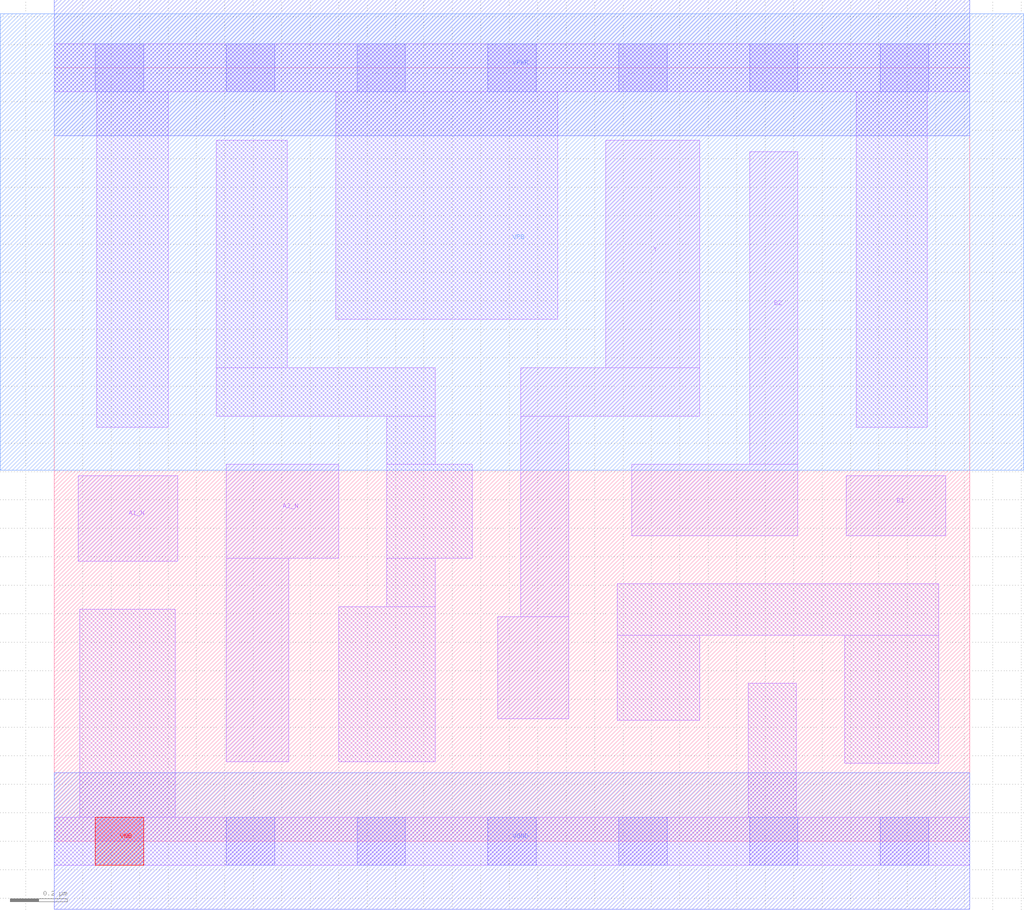
<source format=lef>
# Copyright 2020 The SkyWater PDK Authors
#
# Licensed under the Apache License, Version 2.0 (the "License");
# you may not use this file except in compliance with the License.
# You may obtain a copy of the License at
#
#     https://www.apache.org/licenses/LICENSE-2.0
#
# Unless required by applicable law or agreed to in writing, software
# distributed under the License is distributed on an "AS IS" BASIS,
# WITHOUT WARRANTIES OR CONDITIONS OF ANY KIND, either express or implied.
# See the License for the specific language governing permissions and
# limitations under the License.
#
# SPDX-License-Identifier: Apache-2.0

VERSION 5.7 ;
  NOWIREEXTENSIONATPIN ON ;
  DIVIDERCHAR "/" ;
  BUSBITCHARS "[]" ;
MACRO sky130_fd_sc_hd__o2bb2ai_1
  CLASS CORE ;
  FOREIGN sky130_fd_sc_hd__o2bb2ai_1 ;
  ORIGIN  0.000000  0.000000 ;
  SIZE  3.220000 BY  2.720000 ;
  SYMMETRY X Y R90 ;
  SITE unithd ;
  PIN A1_N
    ANTENNAGATEAREA  0.247500 ;
    DIRECTION INPUT ;
    USE SIGNAL ;
    PORT
      LAYER li1 ;
        RECT 0.085000 0.985000 0.435000 1.285000 ;
    END
  END A1_N
  PIN A2_N
    ANTENNAGATEAREA  0.247500 ;
    DIRECTION INPUT ;
    USE SIGNAL ;
    PORT
      LAYER li1 ;
        RECT 0.605000 0.280000 0.825000 0.995000 ;
        RECT 0.605000 0.995000 1.000000 1.325000 ;
    END
  END A2_N
  PIN B1
    ANTENNAGATEAREA  0.247500 ;
    DIRECTION INPUT ;
    USE SIGNAL ;
    PORT
      LAYER li1 ;
        RECT 2.785000 1.075000 3.135000 1.285000 ;
    END
  END B1
  PIN B2
    ANTENNAGATEAREA  0.247500 ;
    DIRECTION INPUT ;
    USE SIGNAL ;
    PORT
      LAYER li1 ;
        RECT 2.030000 1.075000 2.615000 1.325000 ;
        RECT 2.445000 1.325000 2.615000 2.425000 ;
    END
  END B2
  PIN Y
    ANTENNADIFFAREA  0.439000 ;
    DIRECTION OUTPUT ;
    USE SIGNAL ;
    PORT
      LAYER li1 ;
        RECT 1.560000 0.430000 1.810000 0.790000 ;
        RECT 1.640000 0.790000 1.810000 1.495000 ;
        RECT 1.640000 1.495000 2.270000 1.665000 ;
        RECT 1.940000 1.665000 2.270000 2.465000 ;
    END
  END Y
  PIN VGND
    DIRECTION INOUT ;
    SHAPE ABUTMENT ;
    USE GROUND ;
    PORT
      LAYER met1 ;
        RECT 0.000000 -0.240000 3.220000 0.240000 ;
    END
  END VGND
  PIN VNB
    DIRECTION INOUT ;
    USE GROUND ;
    PORT
      LAYER pwell ;
        RECT 0.145000 -0.085000 0.315000 0.085000 ;
    END
  END VNB
  PIN VPB
    DIRECTION INOUT ;
    USE POWER ;
    PORT
      LAYER nwell ;
        RECT -0.190000 1.305000 3.410000 2.910000 ;
    END
  END VPB
  PIN VPWR
    DIRECTION INOUT ;
    SHAPE ABUTMENT ;
    USE POWER ;
    PORT
      LAYER met1 ;
        RECT 0.000000 2.480000 3.220000 2.960000 ;
    END
  END VPWR
  OBS
    LAYER li1 ;
      RECT 0.000000 -0.085000 3.220000 0.085000 ;
      RECT 0.000000  2.635000 3.220000 2.805000 ;
      RECT 0.090000  0.085000 0.425000 0.815000 ;
      RECT 0.150000  1.455000 0.400000 2.635000 ;
      RECT 0.570000  1.495000 1.340000 1.665000 ;
      RECT 0.570000  1.665000 0.820000 2.465000 ;
      RECT 0.990000  1.835000 1.770000 2.635000 ;
      RECT 1.000000  0.280000 1.340000 0.825000 ;
      RECT 1.170000  0.825000 1.340000 0.995000 ;
      RECT 1.170000  0.995000 1.470000 1.325000 ;
      RECT 1.170000  1.325000 1.340000 1.495000 ;
      RECT 1.980000  0.425000 2.270000 0.725000 ;
      RECT 1.980000  0.725000 3.110000 0.905000 ;
      RECT 2.440000  0.085000 2.610000 0.555000 ;
      RECT 2.780000  0.275000 3.110000 0.725000 ;
      RECT 2.820000  1.455000 3.070000 2.635000 ;
    LAYER mcon ;
      RECT 0.145000 -0.085000 0.315000 0.085000 ;
      RECT 0.145000  2.635000 0.315000 2.805000 ;
      RECT 0.605000 -0.085000 0.775000 0.085000 ;
      RECT 0.605000  2.635000 0.775000 2.805000 ;
      RECT 1.065000 -0.085000 1.235000 0.085000 ;
      RECT 1.065000  2.635000 1.235000 2.805000 ;
      RECT 1.525000 -0.085000 1.695000 0.085000 ;
      RECT 1.525000  2.635000 1.695000 2.805000 ;
      RECT 1.985000 -0.085000 2.155000 0.085000 ;
      RECT 1.985000  2.635000 2.155000 2.805000 ;
      RECT 2.445000 -0.085000 2.615000 0.085000 ;
      RECT 2.445000  2.635000 2.615000 2.805000 ;
      RECT 2.905000 -0.085000 3.075000 0.085000 ;
      RECT 2.905000  2.635000 3.075000 2.805000 ;
  END
END sky130_fd_sc_hd__o2bb2ai_1
END LIBRARY

</source>
